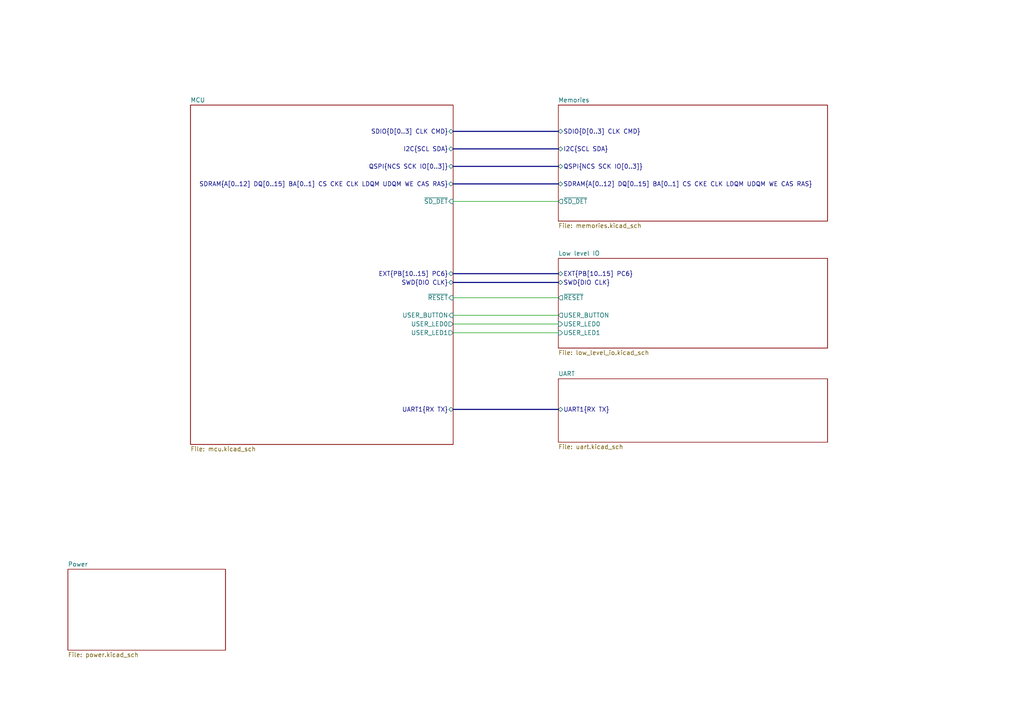
<source format=kicad_sch>
(kicad_sch (version 20211123) (generator eeschema)
  (paper "A4")
  (title_block (title "STLinux") (date "2022-11-10") (rev "1"))
  (lib_symbols)
  (wire (pts (xy 131.445 93.98) (xy 161.925 93.98)))
  (bus (pts (xy 131.445 48.26) (xy 161.925 48.26)))
  (wire (pts (xy 131.445 58.42) (xy 161.925 58.42)))
  (wire (pts (xy 131.445 91.44) (xy 161.925 91.44)))
  (bus (pts (xy 131.445 38.1) (xy 161.925 38.1)))
  (bus (pts (xy 131.445 118.745) (xy 161.925 118.745)))
  (wire (pts (xy 131.445 86.36) (xy 161.925 86.36)))
  (bus (pts (xy 131.445 53.34) (xy 161.925 53.34)))
  (bus (pts (xy 131.445 81.915) (xy 161.925 81.915)))
  (wire (pts (xy 131.445 96.52) (xy 161.925 96.52)))
  (bus (pts (xy 161.925 43.18) (xy 131.445 43.18)))
  (bus (pts (xy 131.445 79.375) (xy 161.925 79.375)))
  (sheet (at 161.925 74.93) (size 78.105 26.035) (stroke (width 0.1524))
    (property "Sheet name" "Low level IO" (at 161.925 74.2184 0) (effects (justify left bottom)))
    (property "Sheet file" "low_level_io.kicad_sch" (at 161.925 101.5496 0) (effects (justify left top)))
    (pin "USER_LED0" input (at 161.925 93.98 180))
    (pin "USER_LED1" input (at 161.925 96.52 180))
    (pin "USER_BUTTON" output (at 161.925 91.44 180))
    (pin "SWD{DIO CLK}" bidirectional (at 161.925 81.915 180))
    (pin "~{RESET}" output (at 161.925 86.36 180))
    (pin "EXT{PB[10..15] PC6}" bidirectional (at 161.925 79.375 180))
  )
  (sheet (at 19.685 165.1) (size 45.72 23.495) (stroke (width 0.1524))
    (property "Sheet name" "Power" (at 19.685 164.3884 0) (effects (justify left bottom)))
    (property "Sheet file" "power.kicad_sch" (at 19.685 189.1796 0) (effects (justify left top)))
  )
  (sheet (at 161.925 30.48) (size 78.105 33.655) (stroke (width 0.1524))
    (property "Sheet name" "Memories" (at 161.925 29.7684 0) (effects (justify left bottom)))
    (property "Sheet file" "memories.kicad_sch" (at 161.925 64.7196 0) (effects (justify left top)))
    (pin "SDIO{D[0..3] CLK CMD}" bidirectional (at 161.925 38.1 180))
    (pin "I2C{SCL SDA}" bidirectional (at 161.925 43.18 180))
    (pin "QSPI{NCS SCK IO[0..3]}" bidirectional (at 161.925 48.26 180))
    (pin "SDRAM{A[0..12] DQ[0..15] BA[0..1] CS CKE CLK LDQM UDQM WE CAS RAS}" bidirectional (at 161.925 53.34 180))
    (pin "~{SD_DET}" output (at 161.925 58.42 180))
  )
  (sheet (at 161.925 109.855) (size 78.105 18.415) (stroke (width 0.1524))
    (property "Sheet name" "UART" (at 161.925 109.1434 0) (effects (justify left bottom)))
    (property "Sheet file" "uart.kicad_sch" (at 161.925 128.8546 0) (effects (justify left top)))
    (pin "UART1{RX TX}" bidirectional (at 161.925 118.745 180))
  )
  (sheet (at 55.245 30.48) (size 76.2 98.425) (stroke (width 0.1524))
    (property "Sheet name" "MCU" (at 55.245 29.7684 0) (effects (justify left bottom)))
    (property "Sheet file" "mcu.kicad_sch" (at 55.245 129.4896 0) (effects (justify left top)))
    (pin "USER_LED0" output (at 131.445 93.98 0))
    (pin "USER_LED1" output (at 131.445 96.52 0))
    (pin "USER_BUTTON" input (at 131.445 91.44 0))
    (pin "SWD{DIO CLK}" bidirectional (at 131.445 81.915 0))
    (pin "I2C{SCL SDA}" bidirectional (at 131.445 43.18 0))
    (pin "SDIO{D[0..3] CLK CMD}" bidirectional (at 131.445 38.1 0))
    (pin "~{RESET}" input (at 131.445 86.36 0))
    (pin "QSPI{NCS SCK IO[0..3]}" bidirectional (at 131.445 48.26 0))
    (pin "SDRAM{A[0..12] DQ[0..15] BA[0..1] CS CKE CLK LDQM UDQM WE CAS RAS}" bidirectional (at 131.445 53.34 0))
    (pin "UART1{RX TX}" bidirectional (at 131.445 118.745 0))
    (pin "~{SD_DET}" input (at 131.445 58.42 0))
    (pin "EXT{PB[10..15] PC6}" bidirectional (at 131.445 79.375 0))
  )
)
</source>
